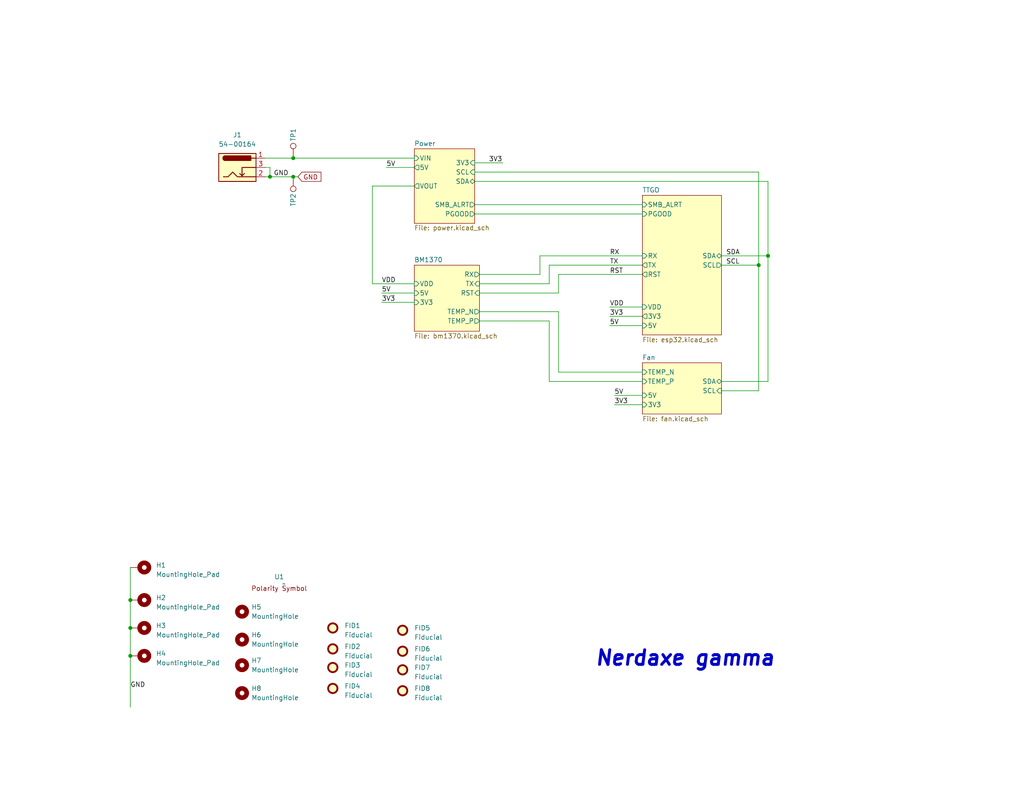
<source format=kicad_sch>
(kicad_sch (version 20231120) (generator "eeschema") (generator_version "8.0")
  (paper "A")
  (title_block (title "NerdaxeGamma") (date "2024-08-16") (rev "rev1"))
  (lib_symbols
    (symbol "Connector:Barrel_Jack_Switch" (pin_names hide)
      (property "Reference" "J" (at 0 5.334 0))
      (property "Value" "Barrel_Jack_Switch" (at 0 -5.08 0))
      (symbol "Barrel_Jack_Switch_0_1"
        (rectangle (start -5.08 3.81) (end 5.08 -3.81) (stroke (width 0.254)) (fill (type background)))
        (arc (start -3.302 3.175) (mid -3.9343 2.54) (end -3.302 1.905) (stroke (width 0.254)))
        (arc (start -3.302 3.175) (mid -3.9343 2.54) (end -3.302 1.905) (stroke (width 0.254)) (fill (type outline)))
        (polyline (pts (xy 1.27 -2.286) (xy 1.905 -1.651)) (stroke (width 0.254)))
        (polyline (pts (xy 5.08 2.54) (xy 3.81 2.54)) (stroke (width 0.254)))
        (polyline (pts (xy 5.08 0) (xy 1.27 0) (xy 1.27 -2.286) (xy 0.635 -1.651)) (stroke (width 0.254)))
        (polyline (pts (xy -3.81 -2.54) (xy -2.54 -2.54) (xy -1.27 -1.27) (xy 0 -2.54) (xy 2.54 -2.54) (xy 5.08 -2.54)) (stroke (width 0.254)))
        (rectangle (start 3.683 3.175) (end -3.302 1.905) (stroke (width 0.254)) (fill (type outline)))
      )
      (symbol "Barrel_Jack_Switch_1_1"
        (pin power_out line (at 7.62 2.54 180) (length 2.54) (name "~") (number "1"))
        (pin power_out line (at 7.62 -2.54 180) (length 2.54) (name "~") (number "2"))
        (pin passive line (at 7.62 0 180) (length 2.54) (name "~") (number "3"))
      )
    )
    (symbol "Connector:TestPoint" (pin_numbers hide) (pin_names (offset 0.762) hide)
      (property "Reference" "TP" (at 0 6.858 0))
      (property "Value" "TestPoint" (at 0 5.08 0))
      (symbol "TestPoint_0_1"
        (circle (center 0 3.302) (radius 0.762))
      )
      (symbol "TestPoint_1_1"
        (pin passive line (at 0 0 90) (length 2.54) (name "1") (number "1"))
      )
    )
    (symbol "Mechanical:Fiducial"
      (property "Reference" "FID" (at 0 5.08 0))
      (property "Value" "Fiducial" (at 0 3.175 0))
      (symbol "Fiducial_0_1"
        (circle (center 0 0) (radius 1.27) (stroke (width 0.508)) (fill (type background)))
      )
    )
    (symbol "Mechanical:MountingHole" (pin_names (offset 1.016))
      (property "Reference" "H" (at 0 5.08 0))
      (property "Value" "MountingHole" (at 0 3.175 0))
      (symbol "MountingHole_0_1"
        (circle (center 0 0) (radius 1.27) (stroke (width 1.27)))
      )
    )
    (symbol "Mechanical:MountingHole_Pad" (pin_numbers hide) (pin_names (offset 1.016) hide)
      (property "Reference" "H" (at 0 6.35 0))
      (property "Value" "MountingHole_Pad" (at 0 4.445 0))
      (symbol "MountingHole_Pad_0_1"
        (circle (center 0 1.27) (radius 1.27) (stroke (width 1.27)))
      )
      (symbol "MountingHole_Pad_1_1"
        (pin input line (at 0 -2.54 90) (length 2.54) (name "1") (number "1"))
      )
    )
    (symbol "bitaxe:polarity" (in_bom no)
      (property "Reference" "U" (at 0 0 0))
      (symbol "polarity_1_1"
        (text "Polarity Symbol" (at -1.27 -1.27 0) (effects (font (size 1.27 1.27))))
      )
    )
  )
  (junction (at 73.66 48.26))
  (junction (at 209.55 69.85))
  (junction (at 35.56 179.07))
  (junction (at 80.01 43.18))
  (junction (at 35.56 171.45))
  (junction (at 207.01 72.39))
  (junction (at 80.01 48.26))
  (junction (at 35.56 163.83))
  (wire (pts (xy 73.66 45.72) (xy 73.66 48.26)))
  (wire (pts (xy 129.54 46.99) (xy 207.01 46.99)))
  (wire (pts (xy 152.4 101.6) (xy 175.26 101.6)))
  (wire (pts (xy 196.85 72.39) (xy 207.01 72.39)))
  (wire (pts (xy 80.01 48.26) (xy 81.28 48.26)))
  (wire (pts (xy 105.41 45.72) (xy 113.03 45.72)))
  (wire (pts (xy 147.32 74.93) (xy 147.32 69.85)))
  (wire (pts (xy 130.81 77.47) (xy 149.86 77.47)))
  (wire (pts (xy 166.37 88.9) (xy 175.26 88.9)))
  (wire (pts (xy 72.39 43.18) (xy 80.01 43.18)))
  (wire (pts (xy 72.39 48.26) (xy 73.66 48.26)))
  (wire (pts (xy 167.64 110.49) (xy 175.26 110.49)))
  (wire (pts (xy 209.55 49.53) (xy 209.55 69.85)))
  (wire (pts (xy 175.26 104.14) (xy 149.86 104.14)))
  (wire (pts (xy 152.4 74.93) (xy 175.26 74.93)))
  (wire (pts (xy 129.54 49.53) (xy 209.55 49.53)))
  (wire (pts (xy 73.66 48.26) (xy 80.01 48.26)))
  (wire (pts (xy 166.37 83.82) (xy 175.26 83.82)))
  (wire (pts (xy 207.01 72.39) (xy 207.01 106.68)))
  (wire (pts (xy 207.01 46.99) (xy 207.01 72.39)))
  (wire (pts (xy 196.85 69.85) (xy 209.55 69.85)))
  (wire (pts (xy 152.4 80.01) (xy 152.4 74.93)))
  (wire (pts (xy 35.56 163.83) (xy 35.56 171.45)))
  (wire (pts (xy 104.14 82.55) (xy 113.03 82.55)))
  (wire (pts (xy 130.81 74.93) (xy 147.32 74.93)))
  (wire (pts (xy 196.85 104.14) (xy 209.55 104.14)))
  (wire (pts (xy 72.39 45.72) (xy 73.66 45.72)))
  (wire (pts (xy 101.6 77.47) (xy 101.6 50.8)))
  (wire (pts (xy 130.81 85.09) (xy 152.4 85.09)))
  (wire (pts (xy 149.86 77.47) (xy 149.86 72.39)))
  (wire (pts (xy 196.85 106.68) (xy 207.01 106.68)))
  (wire (pts (xy 104.14 80.01) (xy 113.03 80.01)))
  (wire (pts (xy 149.86 87.63) (xy 130.81 87.63)))
  (wire (pts (xy 209.55 104.14) (xy 209.55 69.85)))
  (wire (pts (xy 129.54 58.42) (xy 175.26 58.42)))
  (wire (pts (xy 167.64 107.95) (xy 175.26 107.95)))
  (wire (pts (xy 129.54 55.88) (xy 175.26 55.88)))
  (wire (pts (xy 35.56 179.07) (xy 35.56 193.04)))
  (wire (pts (xy 35.56 154.94) (xy 35.56 163.83)))
  (wire (pts (xy 152.4 85.09) (xy 152.4 101.6)))
  (wire (pts (xy 147.32 69.85) (xy 175.26 69.85)))
  (wire (pts (xy 166.37 86.36) (xy 175.26 86.36)))
  (wire (pts (xy 113.03 77.47) (xy 101.6 77.47)))
  (wire (pts (xy 101.6 50.8) (xy 113.03 50.8)))
  (wire (pts (xy 130.81 80.01) (xy 152.4 80.01)))
  (wire (pts (xy 149.86 72.39) (xy 175.26 72.39)))
  (wire (pts (xy 35.56 171.45) (xy 35.56 179.07)))
  (wire (pts (xy 80.01 43.18) (xy 113.03 43.18)))
  (wire (pts (xy 149.86 104.14) (xy 149.86 87.63)))
  (wire (pts (xy 129.54 44.45) (xy 137.16 44.45)))
  (text "Nerdaxe gamma" (at 186.944 179.832 0) (effects (font (size 4 4) (thickness 0.8) (bold yes) (italic yes))))
  (label "VDD" (at 166.37 83.82 0))
  (label "3V3" (at 104.14 82.55 0))
  (label "RST" (at 166.37 74.93 0))
  (label "VDD" (at 104.14 77.47 0))
  (label "5V" (at 105.41 45.72 0))
  (label "5V" (at 167.64 107.95 0))
  (label "SDA" (at 198.12 69.85 0))
  (label "GND" (at 35.56 187.96 0))
  (label "RX" (at 166.37 69.85 0))
  (label "3V3" (at 133.35 44.45 0))
  (label "3V3" (at 166.37 86.36 0))
  (label "SCL" (at 198.12 72.39 0))
  (label "5V" (at 166.37 88.9 0))
  (label "3V3" (at 167.64 110.49 0))
  (label "5V" (at 104.14 80.01 0))
  (label "GND" (at 78.74 48.26 180))
  (label "TX" (at 166.37 72.39 0))
  (global_label "GND" (shape input) (at 81.28 48.26 0) (property "Intersheetrefs" "${INTERSHEET_REFS}" (effects (hide yes))))
  (symbol (lib_id "Mechanical:Fiducial") (at 90.805 177.165 0) (unit 1) (in_bom no)
    (property "Reference" "FID2" (at 93.98 176.53 0) (effects (justify left)))
    (property "Value" "Fiducial" (at 93.98 179.07 0) (effects (justify left)))
    (property "Footprint" "Fiducial:Fiducial_1mm_Mask2mm" (effects (hide yes)))
  )
  (symbol (lib_id "Mechanical:Fiducial") (at 90.805 182.245 0) (unit 1) (in_bom no)
    (property "Reference" "FID3" (at 93.98 181.61 0) (effects (justify left)))
    (property "Value" "Fiducial" (at 93.98 184.15 0) (effects (justify left)))
    (property "Footprint" "Fiducial:Fiducial_1mm_Mask2mm" (effects (hide yes)))
  )
  (symbol (lib_id "Mechanical:Fiducial") (at 90.805 187.96 0) (unit 1) (in_bom no)
    (property "Reference" "FID4" (at 93.98 187.325 0) (effects (justify left)))
    (property "Value" "Fiducial" (at 93.98 189.865 0) (effects (justify left)))
    (property "Footprint" "Fiducial:Fiducial_1mm_Mask2mm" (effects (hide yes)))
  )
  (symbol (lib_id "Mechanical:Fiducial") (at 109.855 177.8 0) (unit 1) (in_bom no)
    (property "Reference" "FID6" (at 113.03 177.165 0) (effects (justify left)))
    (property "Value" "Fiducial" (at 113.03 179.705 0) (effects (justify left)))
    (property "Footprint" "Fiducial:Fiducial_1mm_Mask2mm" (effects (hide yes)))
  )
  (symbol (lib_id "Connector:TestPoint") (at 80.01 43.18 0) (unit 1) (in_bom no)
    (property "Reference" "TP1" (at 80.01 36.83 90))
    (property "Value" "TestPoint" (effects (hide yes)))
    (property "Footprint" "TestPoint:TestPoint_Pad_D1.5mm" (effects (hide yes)))
  )
  (symbol (lib_id "Connector:TestPoint") (at 80.01 48.26 180) (unit 1) (in_bom no)
    (property "Reference" "TP2" (at 80.01 54.61 90))
    (property "Value" "TestPoint" (effects (hide yes)))
    (property "Footprint" "TestPoint:TestPoint_Pad_D1.5mm" (effects (hide yes)))
  )
  (symbol (lib_id "Mechanical:MountingHole") (at 66.04 189.23 0) (unit 1) (in_bom no)
    (property "Reference" "H8" (at 68.58 187.9599 0) (effects (justify left)))
    (property "Value" "MountingHole" (at 68.58 190.4999 0) (effects (justify left)))
    (property "Footprint" "MountingHole:MountingHole_3.5mm" (effects (hide yes)))
  )
  (symbol (lib_id "Connector:Barrel_Jack_Switch") (at 64.77 45.72 0) (unit 1)
    (property "Reference" "J1" (at 64.77 36.83 0))
    (property "Value" "54-00164" (at 64.77 39.37 0))
    (property "Footprint" "bitaxe:TENSILITY_54-00164" (effects (hide yes)))
    (property "Datasheet" "https://tensility.s3.amazonaws.com/uploads/pdffiles/54-00164.pdf" (effects (hide yes)))
    (property "Description" "DC Barrel Jack with an internal switch" (effects (hide yes)))
    (property "DK" "839-54-00164CT-ND" (effects (hide yes)))
    (property "PARTNO" "54-00164" (effects (hide yes)))
    (property "LCSC" "C431534" (effects (hide yes)))
  )
  (symbol (lib_id "Mechanical:MountingHole_Pad") (at 38.1 154.94 270) (unit 1) (in_bom no)
    (property "Reference" "H1" (at 42.545 154.305 90) (effects (justify left)))
    (property "Value" "MountingHole_Pad" (at 42.545 156.845 90) (effects (justify left)))
    (property "Footprint" "MountingHole:MountingHole_3mm_Pad_Via" (effects (hide yes)))
  )
  (symbol (lib_id "Mechanical:MountingHole") (at 66.04 181.61 0) (unit 1) (in_bom no)
    (property "Reference" "H7" (at 68.58 180.3399 0) (effects (justify left)))
    (property "Value" "MountingHole" (at 68.58 182.8799 0) (effects (justify left)))
    (property "Footprint" "MountingHole:MountingHole_3.5mm" (effects (hide yes)))
  )
  (symbol (lib_id "Mechanical:Fiducial") (at 90.805 171.45 0) (unit 1) (in_bom no)
    (property "Reference" "FID1" (at 93.98 170.815 0) (effects (justify left)))
    (property "Value" "Fiducial" (at 93.98 173.355 0) (effects (justify left)))
    (property "Footprint" "Fiducial:Fiducial_1mm_Mask2mm" (effects (hide yes)))
  )
  (symbol (lib_id "Mechanical:Fiducial") (at 109.855 188.595 0) (unit 1) (in_bom no)
    (property "Reference" "FID8" (at 113.03 187.96 0) (effects (justify left)))
    (property "Value" "Fiducial" (at 113.03 190.5 0) (effects (justify left)))
    (property "Footprint" "Fiducial:Fiducial_1mm_Mask2mm" (effects (hide yes)))
  )
  (symbol (lib_id "Mechanical:Fiducial") (at 109.855 172.085 0) (unit 1) (in_bom no)
    (property "Reference" "FID5" (at 113.03 171.45 0) (effects (justify left)))
    (property "Value" "Fiducial" (at 113.03 173.99 0) (effects (justify left)))
    (property "Footprint" "Fiducial:Fiducial_1mm_Mask2mm" (effects (hide yes)))
  )
  (symbol (lib_id "Mechanical:MountingHole") (at 66.04 174.625 0) (unit 1) (in_bom no)
    (property "Reference" "H6" (at 68.58 173.3549 0) (effects (justify left)))
    (property "Value" "MountingHole" (at 68.58 175.8949 0) (effects (justify left)))
    (property "Footprint" "MountingHole:MountingHole_3.5mm" (effects (hide yes)))
  )
  (symbol (lib_id "Mechanical:Fiducial") (at 109.855 182.88 0) (unit 1) (in_bom no)
    (property "Reference" "FID7" (at 113.03 182.245 0) (effects (justify left)))
    (property "Value" "Fiducial" (at 113.03 184.785 0) (effects (justify left)))
    (property "Footprint" "Fiducial:Fiducial_1mm_Mask2mm" (effects (hide yes)))
  )
  (symbol (lib_id "Mechanical:MountingHole") (at 66.04 167.005 0) (unit 1) (in_bom no)
    (property "Reference" "H5" (at 68.58 165.7349 0) (effects (justify left)))
    (property "Value" "MountingHole" (at 68.58 168.2749 0) (effects (justify left)))
    (property "Footprint" "MountingHole:MountingHole_3.5mm" (effects (hide yes)))
  )
  (symbol (lib_id "Mechanical:MountingHole_Pad") (at 38.1 171.45 270) (unit 1) (in_bom no)
    (property "Reference" "H3" (at 42.545 170.815 90) (effects (justify left)))
    (property "Value" "MountingHole_Pad" (at 42.545 173.355 90) (effects (justify left)))
    (property "Footprint" "MountingHole:MountingHole_3mm_Pad_Via" (effects (hide yes)))
  )
  (symbol (lib_id "Mechanical:MountingHole_Pad") (at 38.1 163.83 270) (unit 1) (in_bom no)
    (property "Reference" "H2" (at 42.545 163.195 90) (effects (justify left)))
    (property "Value" "MountingHole_Pad" (at 42.545 165.735 90) (effects (justify left)))
    (property "Footprint" "MountingHole:MountingHole_3mm_Pad_Via" (effects (hide yes)))
  )
  (symbol (lib_id "Mechanical:MountingHole_Pad") (at 38.1 179.07 270) (unit 1) (in_bom no)
    (property "Reference" "H4" (at 42.545 178.435 90) (effects (justify left)))
    (property "Value" "MountingHole_Pad" (at 42.545 180.975 90) (effects (justify left)))
    (property "Footprint" "MountingHole:MountingHole_3mm_Pad_Via" (effects (hide yes)))
  )
  (symbol (lib_id "bitaxe:polarity") (at 77.47 159.385 0) (unit 1) (in_bom no)
    (property "Reference" "U1" (at 76.2 157.48 0))
    (property "Value" "~" (at 77.47 159.385 0))
    (property "Footprint" "bitaxe:polarity" (effects (hide yes)))
  )
  (sheet (at 113.03 72.39) (size 17.78 18.034) (stroke (width 0.1524)) (fill (color 255 255 194 1.0000))
    (property "Sheetname" "BM1370" (at 113.03 71.6784 0) (effects (justify left bottom)))
    (property "Sheetfile" "bm1370.kicad_sch" (at 113.03 91.0086 0) (effects (justify left top)))
    (pin "TX" input (at 130.81 77.47 0))
    (pin "RX" output (at 130.81 74.93 0))
    (pin "RST" input (at 130.81 80.01 0))
    (pin "3V3" input (at 113.03 82.55 180))
    (pin "5V" input (at 113.03 80.01 180))
    (pin "VDD" input (at 113.03 77.47 180))
    (pin "TEMP_N" output (at 130.81 85.09 0))
    (pin "TEMP_P" output (at 130.81 87.63 0))
  )
  (sheet (at 175.26 99.06) (size 21.59 13.97) (stroke (width 0.1524)) (fill (color 255 255 194 1.0000))
    (property "Sheetname" "Fan" (at 175.26 98.3484 0) (effects (justify left bottom)))
    (property "Sheetfile" "fan.kicad_sch" (at 175.26 113.6146 0) (effects (justify left top)))
    (pin "SDA" bidirectional (at 196.85 104.14 0))
    (pin "SCL" input (at 196.85 106.68 0))
    (pin "5V" input (at 175.26 107.95 180))
    (pin "3V3" input (at 175.26 110.49 180))
    (pin "TEMP_N" input (at 175.26 101.6 180))
    (pin "TEMP_P" input (at 175.26 104.14 180))
  )
  (sheet (at 113.03 40.64) (size 16.51 20.32) (stroke (width 0.1524)) (fill (color 255 255 194 1.0000))
    (property "Sheetname" "Power" (at 113.03 39.9284 0) (effects (justify left bottom)))
    (property "Sheetfile" "power.kicad_sch" (at 113.03 61.468 0) (effects (justify left top)))
    (pin "VOUT" output (at 113.03 50.8 180))
    (pin "VIN" input (at 113.03 43.18 180))
    (pin "SCL" input (at 129.54 46.99 0))
    (pin "SDA" bidirectional (at 129.54 49.53 0))
    (pin "5V" output (at 113.03 45.72 180))
    (pin "3V3" input (at 129.54 44.45 0))
    (pin "PGOOD" output (at 129.54 58.42 0))
    (pin "SMB_ALRT" output (at 129.54 55.88 0))
  )
  (sheet (at 175.26 53.34) (size 21.59 38.1) (stroke (width 0.1524)) (fill (color 255 255 194 1.0000))
    (property "Sheetname" "TTGO" (at 175.26 52.6284 0) (effects (justify left bottom)))
    (property "Sheetfile" "esp32.kicad_sch" (at 175.26 92.0246 0) (effects (justify left top)))
    (pin "SDA" bidirectional (at 196.85 69.85 0))
    (pin "SCL" output (at 196.85 72.39 0))
    (pin "RX" input (at 175.26 69.85 180))
    (pin "TX" output (at 175.26 72.39 180))
    (pin "RST" output (at 175.26 74.93 180))
    (pin "5V" input (at 175.26 88.9 180))
    (pin "3V3" output (at 175.26 86.36 180))
    (pin "PGOOD" input (at 175.26 58.42 180))
    (pin "VDD" input (at 175.26 83.82 180))
    (pin "SMB_ALRT" input (at 175.26 55.88 180))
  )
)
</source>
